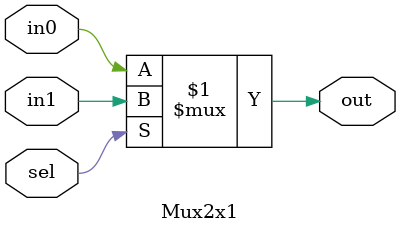
<source format=v>
module Mux2x1 (
    input in0,       
    input in1,       
    input sel,    
    output out      
);

    assign out = sel ? in1 : in0;   
    
endmodule

</source>
